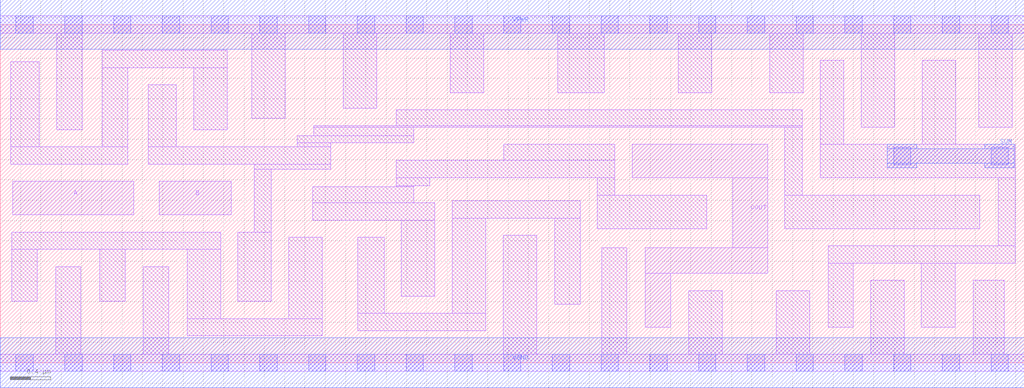
<source format=lef>
# Copyright 2020 The SkyWater PDK Authors
#
# Licensed under the Apache License, Version 2.0 (the "License");
# you may not use this file except in compliance with the License.
# You may obtain a copy of the License at
#
#     https://www.apache.org/licenses/LICENSE-2.0
#
# Unless required by applicable law or agreed to in writing, software
# distributed under the License is distributed on an "AS IS" BASIS,
# WITHOUT WARRANTIES OR CONDITIONS OF ANY KIND, either express or implied.
# See the License for the specific language governing permissions and
# limitations under the License.
#
# SPDX-License-Identifier: Apache-2.0

VERSION 5.5 ;
NAMESCASESENSITIVE ON ;
BUSBITCHARS "[]" ;
DIVIDERCHAR "/" ;
MACRO sky130_fd_sc_ls__ha_4
  CLASS CORE ;
  SOURCE USER ;
  ORIGIN  0.000000  0.000000 ;
  SIZE  10.08000 BY  3.330000 ;
  SYMMETRY X Y ;
  SITE unit ;
  PIN A
    ANTENNAGATEAREA  0.936000 ;
    DIRECTION INPUT ;
    USE SIGNAL ;
    PORT
      LAYER li1 ;
        RECT 0.125000 1.455000 1.315000 1.785000 ;
    END
  END A
  PIN B
    ANTENNAGATEAREA  0.936000 ;
    DIRECTION INPUT ;
    USE SIGNAL ;
    PORT
      LAYER li1 ;
        RECT 1.565000 1.455000 2.275000 1.785000 ;
    END
  END B
  PIN COUT
    ANTENNADIFFAREA  1.265600 ;
    DIRECTION OUTPUT ;
    USE SIGNAL ;
    PORT
      LAYER li1 ;
        RECT 6.220000 1.820000 7.555000 2.150000 ;
        RECT 6.350000 0.350000 6.600000 0.880000 ;
        RECT 6.350000 0.880000 7.555000 1.130000 ;
        RECT 7.210000 1.130000 7.555000 1.820000 ;
    END
  END COUT
  PIN SUM
    ANTENNADIFFAREA  1.470100 ;
    ANTENNAPARTIALMETALSIDEAREA  0.861000 ;
    DIRECTION OUTPUT ;
    USE SIGNAL ;
    PORT
      LAYER met1 ;
        RECT 8.735000 1.920000 9.025000 1.965000 ;
        RECT 8.735000 1.965000 9.985000 2.105000 ;
        RECT 8.735000 2.105000 9.025000 2.150000 ;
        RECT 9.695000 1.920000 9.985000 1.965000 ;
        RECT 9.695000 2.105000 9.985000 2.150000 ;
    END
  END SUM
  PIN VGND
    DIRECTION INOUT ;
    SHAPE ABUTMENT ;
    USE GROUND ;
    PORT
      LAYER met1 ;
        RECT 0.000000 -0.245000 10.080000 0.245000 ;
    END
  END VGND
  PIN VPWR
    DIRECTION INOUT ;
    SHAPE ABUTMENT ;
    USE POWER ;
    PORT
      LAYER met1 ;
        RECT 0.000000 3.085000 10.080000 3.575000 ;
    END
  END VPWR
  OBS
    LAYER li1 ;
      RECT 0.000000 -0.085000 10.080000 0.085000 ;
      RECT 0.000000  3.245000 10.080000 3.415000 ;
      RECT 0.105000  1.955000  1.255000 2.125000 ;
      RECT 0.105000  2.125000  0.385000 2.965000 ;
      RECT 0.115000  0.605000  0.365000 1.115000 ;
      RECT 0.115000  1.115000  2.170000 1.285000 ;
      RECT 0.545000  0.085000  0.795000 0.945000 ;
      RECT 0.555000  2.295000  0.805000 3.245000 ;
      RECT 0.980000  0.605000  1.230000 1.115000 ;
      RECT 1.005000  2.125000  1.255000 2.905000 ;
      RECT 1.005000  2.905000  2.235000 3.075000 ;
      RECT 1.410000  0.085000  1.660000 0.945000 ;
      RECT 1.455000  1.955000  3.255000 2.125000 ;
      RECT 1.455000  2.125000  1.735000 2.735000 ;
      RECT 1.840000  0.265000  3.170000 0.435000 ;
      RECT 1.840000  0.435000  2.170000 1.115000 ;
      RECT 1.905000  2.295000  2.235000 2.905000 ;
      RECT 2.340000  0.605000  2.670000 1.285000 ;
      RECT 2.475000  2.405000  2.805000 3.245000 ;
      RECT 2.500000  1.285000  2.670000 1.905000 ;
      RECT 2.500000  1.905000  3.255000 1.955000 ;
      RECT 2.840000  0.435000  3.170000 1.235000 ;
      RECT 2.925000  2.125000  3.255000 2.165000 ;
      RECT 2.925000  2.165000  4.070000 2.235000 ;
      RECT 3.075000  1.405000  4.280000 1.575000 ;
      RECT 3.075000  1.575000  4.070000 1.735000 ;
      RECT 3.085000  2.235000  4.070000 2.320000 ;
      RECT 3.085000  2.320000  7.895000 2.335000 ;
      RECT 3.375000  2.505000  3.705000 3.245000 ;
      RECT 3.520000  0.315000  4.780000 0.485000 ;
      RECT 3.520000  0.485000  3.780000 1.235000 ;
      RECT 3.900000  1.735000  4.070000 1.745000 ;
      RECT 3.900000  1.745000  4.230000 1.820000 ;
      RECT 3.900000  1.820000  6.050000 1.995000 ;
      RECT 3.900000  2.335000  7.895000 2.490000 ;
      RECT 3.950000  0.655000  4.280000 1.405000 ;
      RECT 4.430000  2.660000  4.760000 3.245000 ;
      RECT 4.450000  0.485000  4.780000 1.425000 ;
      RECT 4.450000  1.425000  5.710000 1.595000 ;
      RECT 4.950000  0.085000  5.280000 1.255000 ;
      RECT 4.955000  1.995000  6.050000 2.150000 ;
      RECT 5.460000  0.575000  5.710000 1.425000 ;
      RECT 5.490000  2.660000  5.945000 3.245000 ;
      RECT 5.880000  1.320000  6.955000 1.650000 ;
      RECT 5.880000  1.650000  6.050000 1.820000 ;
      RECT 5.920000  0.085000  6.170000 1.130000 ;
      RECT 6.675000  2.660000  7.005000 3.245000 ;
      RECT 6.780000  0.085000  7.110000 0.710000 ;
      RECT 7.575000  2.660000  7.905000 3.245000 ;
      RECT 7.640000  0.085000  7.970000 0.710000 ;
      RECT 7.725000  1.320000  9.645000 1.650000 ;
      RECT 7.725000  1.650000  7.895000 2.320000 ;
      RECT 8.075000  1.820000  9.995000 2.150000 ;
      RECT 8.075000  2.150000  8.305000 2.980000 ;
      RECT 8.150000  0.350000  8.400000 0.980000 ;
      RECT 8.150000  0.980000  9.995000 1.150000 ;
      RECT 8.475000  2.320000  8.805000 3.245000 ;
      RECT 8.570000  0.085000  8.900000 0.810000 ;
      RECT 9.070000  0.350000  9.400000 0.980000 ;
      RECT 9.075000  2.150000  9.405000 2.980000 ;
      RECT 9.580000  0.085000  9.885000 0.810000 ;
      RECT 9.635000  2.320000  9.965000 3.245000 ;
      RECT 9.825000  1.150000  9.995000 1.820000 ;
    LAYER mcon ;
      RECT 0.155000 -0.085000 0.325000 0.085000 ;
      RECT 0.155000  3.245000 0.325000 3.415000 ;
      RECT 0.635000 -0.085000 0.805000 0.085000 ;
      RECT 0.635000  3.245000 0.805000 3.415000 ;
      RECT 1.115000 -0.085000 1.285000 0.085000 ;
      RECT 1.115000  3.245000 1.285000 3.415000 ;
      RECT 1.595000 -0.085000 1.765000 0.085000 ;
      RECT 1.595000  3.245000 1.765000 3.415000 ;
      RECT 2.075000 -0.085000 2.245000 0.085000 ;
      RECT 2.075000  3.245000 2.245000 3.415000 ;
      RECT 2.555000 -0.085000 2.725000 0.085000 ;
      RECT 2.555000  3.245000 2.725000 3.415000 ;
      RECT 3.035000 -0.085000 3.205000 0.085000 ;
      RECT 3.035000  3.245000 3.205000 3.415000 ;
      RECT 3.515000 -0.085000 3.685000 0.085000 ;
      RECT 3.515000  3.245000 3.685000 3.415000 ;
      RECT 3.995000 -0.085000 4.165000 0.085000 ;
      RECT 3.995000  3.245000 4.165000 3.415000 ;
      RECT 4.475000 -0.085000 4.645000 0.085000 ;
      RECT 4.475000  3.245000 4.645000 3.415000 ;
      RECT 4.955000 -0.085000 5.125000 0.085000 ;
      RECT 4.955000  3.245000 5.125000 3.415000 ;
      RECT 5.435000 -0.085000 5.605000 0.085000 ;
      RECT 5.435000  3.245000 5.605000 3.415000 ;
      RECT 5.915000 -0.085000 6.085000 0.085000 ;
      RECT 5.915000  3.245000 6.085000 3.415000 ;
      RECT 6.395000 -0.085000 6.565000 0.085000 ;
      RECT 6.395000  3.245000 6.565000 3.415000 ;
      RECT 6.875000 -0.085000 7.045000 0.085000 ;
      RECT 6.875000  3.245000 7.045000 3.415000 ;
      RECT 7.355000 -0.085000 7.525000 0.085000 ;
      RECT 7.355000  3.245000 7.525000 3.415000 ;
      RECT 7.835000 -0.085000 8.005000 0.085000 ;
      RECT 7.835000  3.245000 8.005000 3.415000 ;
      RECT 8.315000 -0.085000 8.485000 0.085000 ;
      RECT 8.315000  3.245000 8.485000 3.415000 ;
      RECT 8.795000 -0.085000 8.965000 0.085000 ;
      RECT 8.795000  1.950000 8.965000 2.120000 ;
      RECT 8.795000  3.245000 8.965000 3.415000 ;
      RECT 9.275000 -0.085000 9.445000 0.085000 ;
      RECT 9.275000  3.245000 9.445000 3.415000 ;
      RECT 9.755000 -0.085000 9.925000 0.085000 ;
      RECT 9.755000  1.950000 9.925000 2.120000 ;
      RECT 9.755000  3.245000 9.925000 3.415000 ;
  END
END sky130_fd_sc_ls__ha_4

</source>
